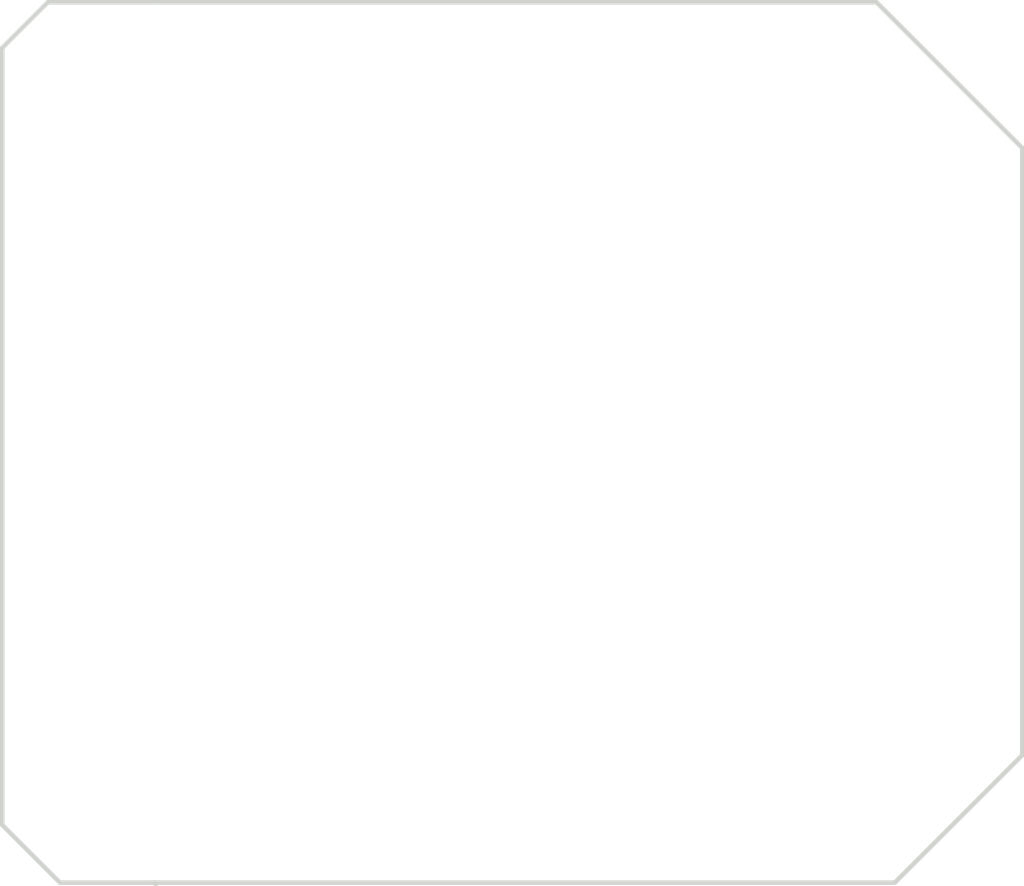
<source format=kicad_pcb>
(kicad_pcb (version 4) (host pcbnew 4.0.2-stable)

  (general
    (links 0)
    (no_connects 0)
    (area 18.324999 13.924999 52.075001 43.125001)
    (thickness 1.6)
    (drawings 13)
    (tracks 0)
    (zones 0)
    (modules 0)
    (nets 1)
  )

  (page A4)
  (layers
    (0 F.Cu signal)
    (31 B.Cu signal)
    (32 B.Adhes user)
    (33 F.Adhes user)
    (34 B.Paste user)
    (35 F.Paste user)
    (36 B.SilkS user)
    (37 F.SilkS user)
    (38 B.Mask user)
    (39 F.Mask user)
    (40 Dwgs.User user)
    (41 Cmts.User user)
    (42 Eco1.User user)
    (43 Eco2.User user)
    (44 Edge.Cuts user)
    (45 Margin user)
    (46 B.CrtYd user)
    (47 F.CrtYd user)
    (48 B.Fab user)
    (49 F.Fab user)
  )

  (setup
    (last_trace_width 0.8)
    (trace_clearance 0.5)
    (zone_clearance 0.908)
    (zone_45_only no)
    (trace_min 0.4)
    (segment_width 0.2)
    (edge_width 0.15)
    (via_size 0.6)
    (via_drill 0.4)
    (via_min_size 0.4)
    (via_min_drill 0.3)
    (uvia_size 0.3)
    (uvia_drill 0.1)
    (uvias_allowed no)
    (uvia_min_size 0.2)
    (uvia_min_drill 0.1)
    (pcb_text_width 0.3)
    (pcb_text_size 1.5 1.5)
    (mod_edge_width 0.15)
    (mod_text_size 1 1)
    (mod_text_width 0.15)
    (pad_size 1.524 1.524)
    (pad_drill 0.762)
    (pad_to_mask_clearance 0.2)
    (aux_axis_origin 0 0)
    (visible_elements 7FFFFFFF)
    (pcbplotparams
      (layerselection 0x00030_80000001)
      (usegerberextensions false)
      (excludeedgelayer true)
      (linewidth 0.100000)
      (plotframeref false)
      (viasonmask false)
      (mode 1)
      (useauxorigin false)
      (hpglpennumber 1)
      (hpglpenspeed 20)
      (hpglpendiameter 15)
      (hpglpenoverlay 2)
      (psnegative false)
      (psa4output false)
      (plotreference true)
      (plotvalue true)
      (plotinvisibletext false)
      (padsonsilk false)
      (subtractmaskfromsilk false)
      (outputformat 1)
      (mirror false)
      (drillshape 0)
      (scaleselection 1)
      (outputdirectory "GERBERS naar productie/"))
  )

  (net 0 "")

  (net_class Default "Dit is de standaard class."
    (clearance 0.5)
    (trace_width 0.8)
    (via_dia 0.6)
    (via_drill 0.4)
    (uvia_dia 0.3)
    (uvia_drill 0.1)
  )

  (gr_line (start 19.9 14) (end 23.4 14) (angle 90) (layer Edge.Cuts) (width 0.15))
  (gr_line (start 18.4 15.5) (end 19.9 14) (angle 90) (layer Edge.Cuts) (width 0.15))
  (gr_line (start 18.4 18.95) (end 18.4 15.5) (angle 90) (layer Edge.Cuts) (width 0.15))
  (gr_line (start 23.45 43) (end 23.45 43.05) (angle 90) (layer Edge.Cuts) (width 0.15))
  (gr_line (start 20.3 43) (end 23.45 43) (angle 90) (layer Edge.Cuts) (width 0.15))
  (gr_line (start 18.4 41.1) (end 20.3 43) (angle 90) (layer Edge.Cuts) (width 0.15))
  (gr_line (start 18.4 38) (end 18.4 41.1) (angle 90) (layer Edge.Cuts) (width 0.15))
  (gr_line (start 18.4 19) (end 18.4 38) (angle 90) (layer Edge.Cuts) (width 0.15))
  (gr_line (start 23.4 14) (end 47.2 14) (angle 90) (layer Edge.Cuts) (width 0.15))
  (gr_line (start 47.8 43) (end 23.4 43) (angle 90) (layer Edge.Cuts) (width 0.15))
  (gr_line (start 52 38.8) (end 47.8 43) (angle 90) (layer Edge.Cuts) (width 0.15))
  (gr_line (start 52 18.8) (end 52 38.8) (angle 90) (layer Edge.Cuts) (width 0.15))
  (gr_line (start 47.2 14) (end 52 18.8) (angle 90) (layer Edge.Cuts) (width 0.15))

)

</source>
